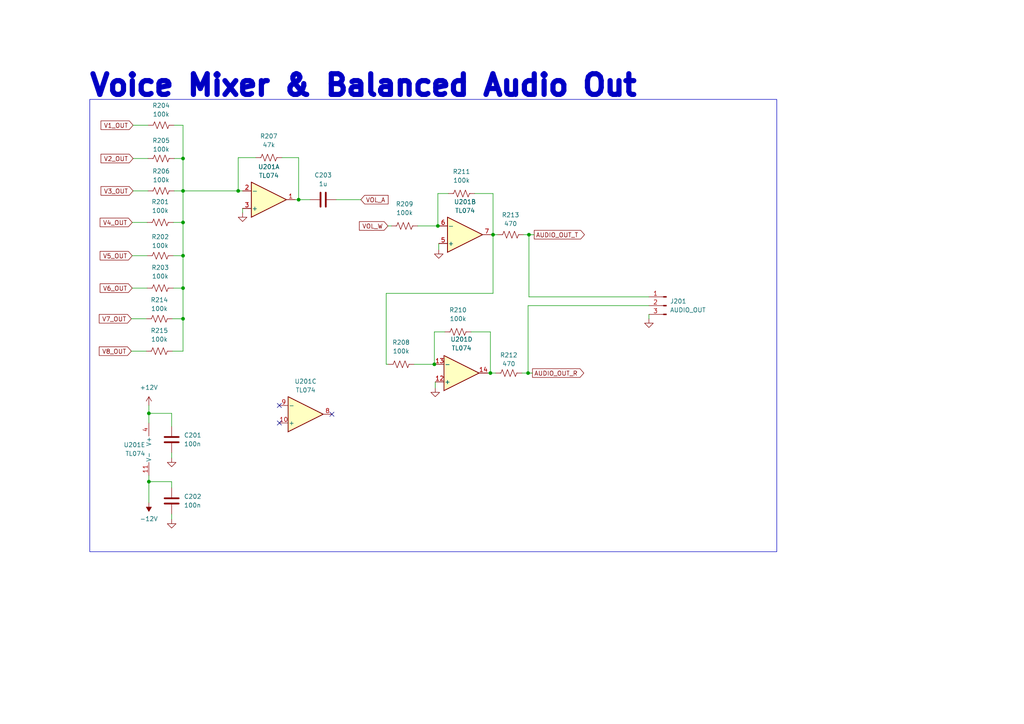
<source format=kicad_sch>
(kicad_sch (version 20231120) (generator "eeschema") (generator_version "8.0")
  (paper "A4")
  (lib_symbols
    (symbol "Amplifier_Operational:TL074" (pin_names (offset 0.127))
      (property "Reference" "U" (at 0 5.08 0))
      (property "Value" "TL074" (at 0 -5.08 0))
      (symbol "TL074_1_1"
        (polyline (pts (xy -5.08 5.08) (xy 5.08 0) (xy -5.08 -5.08) (xy -5.08 5.08)) (stroke (width 0.254)) (fill (type background)))
        (pin output line (at 7.62 0 180) (length 2.54) (name "~") (number "1"))
        (pin input line (at -7.62 -2.54 0) (length 2.54) (name "-") (number "2"))
        (pin input line (at -7.62 2.54 0) (length 2.54) (name "+") (number "3"))
      )
      (symbol "TL074_2_1"
        (polyline (pts (xy -5.08 5.08) (xy 5.08 0) (xy -5.08 -5.08) (xy -5.08 5.08)) (stroke (width 0.254)) (fill (type background)))
        (pin input line (at -7.62 2.54 0) (length 2.54) (name "+") (number "5"))
        (pin input line (at -7.62 -2.54 0) (length 2.54) (name "-") (number "6"))
        (pin output line (at 7.62 0 180) (length 2.54) (name "~") (number "7"))
      )
      (symbol "TL074_3_1"
        (polyline (pts (xy -5.08 5.08) (xy 5.08 0) (xy -5.08 -5.08) (xy -5.08 5.08)) (stroke (width 0.254)) (fill (type background)))
        (pin input line (at -7.62 2.54 0) (length 2.54) (name "+") (number "10"))
        (pin output line (at 7.62 0 180) (length 2.54) (name "~") (number "8"))
        (pin input line (at -7.62 -2.54 0) (length 2.54) (name "-") (number "9"))
      )
      (symbol "TL074_4_1"
        (polyline (pts (xy -5.08 5.08) (xy 5.08 0) (xy -5.08 -5.08) (xy -5.08 5.08)) (stroke (width 0.254)) (fill (type background)))
        (pin input line (at -7.62 2.54 0) (length 2.54) (name "+") (number "12"))
        (pin input line (at -7.62 -2.54 0) (length 2.54) (name "-") (number "13"))
        (pin output line (at 7.62 0 180) (length 2.54) (name "~") (number "14"))
      )
      (symbol "TL074_5_1"
        (pin power_in line (at -2.54 -7.62 90) (length 3.81) (name "V-") (number "11"))
        (pin power_in line (at -2.54 7.62 270) (length 3.81) (name "V+") (number "4"))
      )
    )
    (symbol "Connector:Conn_01x03_Pin" (pin_names (offset 1.016) hide)
      (property "Reference" "J" (at 0 5.08 0))
      (property "Value" "Conn_01x03_Pin" (at 0 -5.08 0))
      (symbol "Conn_01x03_Pin_1_1"
        (polyline (pts (xy 1.27 -2.54) (xy 0.8636 -2.54)) (stroke (width 0.1524)))
        (polyline (pts (xy 1.27 0) (xy 0.8636 0)) (stroke (width 0.1524)))
        (polyline (pts (xy 1.27 2.54) (xy 0.8636 2.54)) (stroke (width 0.1524)))
        (rectangle (start 0.8636 -2.413) (end 0 -2.667) (stroke (width 0.1524)) (fill (type outline)))
        (rectangle (start 0.8636 0.127) (end 0 -0.127) (stroke (width 0.1524)) (fill (type outline)))
        (rectangle (start 0.8636 2.667) (end 0 2.413) (stroke (width 0.1524)) (fill (type outline)))
        (pin passive line (at 5.08 2.54 180) (length 3.81) (name "Pin_1") (number "1"))
        (pin passive line (at 5.08 0 180) (length 3.81) (name "Pin_2") (number "2"))
        (pin passive line (at 5.08 -2.54 180) (length 3.81) (name "Pin_3") (number "3"))
      )
    )
    (symbol "Device:C" (pin_numbers hide) (pin_names (offset 0.254))
      (property "Reference" "C" (at 0.635 2.54 0))
      (property "Value" "C" (at 0.635 -2.54 0))
      (symbol "C_0_1"
        (polyline (pts (xy -2.032 -0.762) (xy 2.032 -0.762)) (stroke (width 0.508)))
        (polyline (pts (xy -2.032 0.762) (xy 2.032 0.762)) (stroke (width 0.508)))
      )
      (symbol "C_1_1"
        (pin passive line (at 0 3.81 270) (length 2.794) (name "~") (number "1"))
        (pin passive line (at 0 -3.81 90) (length 2.794) (name "~") (number "2"))
      )
    )
    (symbol "Device:R_US" (pin_numbers hide) (pin_names (offset 0))
      (property "Reference" "R" (at 2.54 0 90))
      (property "Value" "R_US" (at -2.54 0 90))
      (symbol "R_US_0_1"
        (polyline (pts (xy 0 -2.286) (xy 0 -2.54)))
        (polyline (pts (xy 0 2.286) (xy 0 2.54)))
        (polyline (pts (xy 0 -0.762) (xy 1.016 -1.143) (xy 0 -1.524) (xy -1.016 -1.905) (xy 0 -2.286)))
        (polyline (pts (xy 0 0.762) (xy 1.016 0.381) (xy 0 0) (xy -1.016 -0.381) (xy 0 -0.762)))
        (polyline (pts (xy 0 2.286) (xy 1.016 1.905) (xy 0 1.524) (xy -1.016 1.143) (xy 0 0.762)))
      )
      (symbol "R_US_1_1"
        (pin passive line (at 0 3.81 270) (length 1.27) (name "~") (number "1"))
        (pin passive line (at 0 -3.81 90) (length 1.27) (name "~") (number "2"))
      )
    )
    (symbol "power:+12V" (power) (pin_names (offset 0))
      (property "Value" "+12V" (at 0 3.556 0))
      (symbol "+12V_0_1"
        (polyline (pts (xy -0.762 1.27) (xy 0 2.54)))
        (polyline (pts (xy 0 0) (xy 0 2.54)))
        (polyline (pts (xy 0 2.54) (xy 0.762 1.27)))
      )
      (symbol "+12V_1_1"
        (pin power_in line (at 0 0 90) (length 0) hide (name "+12V") (number "1"))
      )
    )
    (symbol "power:-12V" (power) (pin_names (offset 0))
      (property "Value" "-12V" (at 0 3.81 0))
      (symbol "-12V_0_0"
        (pin power_in line (at 0 0 90) (length 0) hide (name "-12V") (number "1"))
      )
      (symbol "-12V_0_1"
        (polyline (pts (xy 0 0) (xy 0 1.27) (xy 0.762 1.27) (xy 0 2.54) (xy -0.762 1.27) (xy 0 1.27)) (fill (type outline)))
      )
    )
    (symbol "power:GND" (power) (pin_names (offset 0))
      (symbol "GND_0_1"
        (polyline (pts (xy 0 0) (xy 0 -1.27) (xy 1.27 -1.27) (xy 0 -2.54) (xy -1.27 -1.27) (xy 0 -1.27)))
      )
      (symbol "GND_1_1"
        (pin power_in line (at 0 0 270) (length 0) hide (name "GND") (number "1"))
      )
    )
  )
  (junction (at 153.162 108.204))
  (junction (at 53.086 92.456))
  (junction (at 53.086 74.168))
  (junction (at 127 65.532))
  (junction (at 53.086 45.974))
  (junction (at 69.088 55.372))
  (junction (at 153.416 68.072))
  (junction (at 125.984 105.664))
  (junction (at 43.18 139.7))
  (junction (at 86.614 57.912))
  (junction (at 43.18 119.888))
  (junction (at 53.086 55.372))
  (junction (at 53.086 83.566))
  (junction (at 53.086 64.516))
  (junction (at 143.002 68.072))
  (junction (at 142.24 108.204))
  (no_connect (at 81.026 117.602))
  (no_connect (at 96.266 120.142))
  (no_connect (at 81.026 122.682))
  (wire (pts (xy 38.608 55.372) (xy 42.926 55.372)))
  (wire (pts (xy 127 56.134) (xy 127 65.532)))
  (wire (pts (xy 188.214 88.646) (xy 153.162 88.646)))
  (wire (pts (xy 53.086 45.974) (xy 53.086 55.372)))
  (wire (pts (xy 153.162 108.204) (xy 154.432 108.204)))
  (wire (pts (xy 137.668 56.134) (xy 143.002 56.134)))
  (wire (pts (xy 50.546 45.974) (xy 53.086 45.974)))
  (wire (pts (xy 153.416 68.072) (xy 153.416 86.106)))
  (wire (pts (xy 112.014 85.09) (xy 143.002 85.09)))
  (wire (pts (xy 49.784 149.098) (xy 49.784 150.622)))
  (wire (pts (xy 97.536 57.912) (xy 104.648 57.912)))
  (wire (pts (xy 86.614 57.912) (xy 89.916 57.912)))
  (wire (pts (xy 50.292 74.168) (xy 53.086 74.168)))
  (wire (pts (xy 43.18 119.888) (xy 43.18 122.682)))
  (wire (pts (xy 86.614 57.912) (xy 85.598 57.912)))
  (wire (pts (xy 129.032 96.266) (xy 125.984 96.266)))
  (wire (pts (xy 70.358 60.452) (xy 70.358 61.722)))
  (wire (pts (xy 38.354 74.168) (xy 42.672 74.168)))
  (wire (pts (xy 142.24 108.204) (xy 141.478 108.204)))
  (wire (pts (xy 53.086 36.322) (xy 53.086 45.974)))
  (wire (pts (xy 38.608 36.322) (xy 42.926 36.322)))
  (wire (pts (xy 143.002 85.09) (xy 143.002 68.072)))
  (wire (pts (xy 53.086 92.456) (xy 53.086 83.566)))
  (wire (pts (xy 53.086 74.168) (xy 53.086 83.566)))
  (wire (pts (xy 69.088 55.372) (xy 70.358 55.372)))
  (wire (pts (xy 142.24 96.266) (xy 142.24 108.204)))
  (wire (pts (xy 121.158 65.532) (xy 127 65.532)))
  (wire (pts (xy 49.784 131.318) (xy 49.784 132.842)))
  (wire (pts (xy 126.238 110.744) (xy 126.238 112.522)))
  (wire (pts (xy 112.014 105.664) (xy 112.014 85.09)))
  (wire (pts (xy 127.254 70.612) (xy 127.254 72.39)))
  (wire (pts (xy 151.892 68.072) (xy 153.416 68.072)))
  (wire (pts (xy 43.18 137.922) (xy 43.18 139.7)))
  (wire (pts (xy 50.546 55.372) (xy 53.086 55.372)))
  (wire (pts (xy 49.784 119.888) (xy 49.784 123.698)))
  (wire (pts (xy 53.086 101.854) (xy 53.086 92.456)))
  (wire (pts (xy 136.652 96.266) (xy 142.24 96.266)))
  (wire (pts (xy 143.002 68.072) (xy 144.272 68.072)))
  (wire (pts (xy 125.984 105.664) (xy 126.238 105.664)))
  (wire (pts (xy 113.538 65.532) (xy 112.522 65.532)))
  (wire (pts (xy 53.086 64.516) (xy 53.086 74.168)))
  (wire (pts (xy 43.18 139.7) (xy 43.18 145.796)))
  (wire (pts (xy 53.086 55.372) (xy 69.088 55.372)))
  (wire (pts (xy 38.354 83.566) (xy 42.672 83.566)))
  (wire (pts (xy 142.24 108.204) (xy 143.764 108.204)))
  (wire (pts (xy 74.168 45.72) (xy 69.088 45.72)))
  (wire (pts (xy 49.784 119.888) (xy 43.18 119.888)))
  (wire (pts (xy 38.608 45.974) (xy 42.926 45.974)))
  (wire (pts (xy 188.214 91.186) (xy 188.214 92.456)))
  (wire (pts (xy 120.142 105.664) (xy 125.984 105.664)))
  (wire (pts (xy 49.784 139.7) (xy 43.18 139.7)))
  (wire (pts (xy 125.984 96.266) (xy 125.984 105.664)))
  (wire (pts (xy 69.088 45.72) (xy 69.088 55.372)))
  (wire (pts (xy 130.048 56.134) (xy 127 56.134)))
  (wire (pts (xy 50.292 64.516) (xy 53.086 64.516)))
  (wire (pts (xy 43.18 117.602) (xy 43.18 119.888)))
  (wire (pts (xy 50.038 101.854) (xy 53.086 101.854)))
  (wire (pts (xy 153.416 68.072) (xy 154.94 68.072)))
  (wire (pts (xy 49.784 141.478) (xy 49.784 139.7)))
  (wire (pts (xy 38.1 101.854) (xy 42.418 101.854)))
  (wire (pts (xy 86.614 45.72) (xy 86.614 57.912)))
  (wire (pts (xy 50.038 92.456) (xy 53.086 92.456)))
  (wire (pts (xy 143.002 68.072) (xy 142.494 68.072)))
  (wire (pts (xy 143.002 56.134) (xy 143.002 68.072)))
  (wire (pts (xy 38.354 64.516) (xy 42.672 64.516)))
  (wire (pts (xy 38.1 92.456) (xy 42.418 92.456)))
  (wire (pts (xy 53.086 55.372) (xy 53.086 64.516)))
  (wire (pts (xy 153.416 86.106) (xy 188.214 86.106)))
  (wire (pts (xy 151.384 108.204) (xy 153.162 108.204)))
  (wire (pts (xy 50.546 36.322) (xy 53.086 36.322)))
  (wire (pts (xy 153.162 88.646) (xy 153.162 108.204)))
  (wire (pts (xy 112.014 105.664) (xy 112.522 105.664)))
  (wire (pts (xy 53.086 83.566) (xy 50.292 83.566)))
  (wire (pts (xy 127 65.532) (xy 127.254 65.532)))
  (wire (pts (xy 81.788 45.72) (xy 86.614 45.72)))
  (rectangle (start 26.035 28.829) (end 225.298 160.02))
  (text "Voice Mixer & Balanced Audio Out" (at 25.4 28.448 0) (effects (font (size 6 6) (thickness 3.6) (bold yes)) (justify left bottom)))
  (global_label "V3_OUT" (shape input) (at 38.608 55.372 180) (property "Intersheetrefs" "${INTERSHEET_REFS}" (effects (hide yes))))
  (global_label "VOL_A" (shape input) (at 104.648 57.912 0) (property "Intersheetrefs" "${INTERSHEET_REFS}" (effects (hide yes))))
  (global_label "V6_OUT" (shape input) (at 38.354 83.566 180) (property "Intersheetrefs" "${INTERSHEET_REFS}" (effects (hide yes))))
  (global_label "AUDIO_OUT_R" (shape output) (at 154.432 108.204 0) (property "Intersheetrefs" "${INTERSHEET_REFS}" (effects (hide yes))))
  (global_label "AUDIO_OUT_T" (shape output) (at 154.94 68.072 0) (property "Intersheetrefs" "${INTERSHEET_REFS}" (effects (hide yes))))
  (global_label "V5_OUT" (shape input) (at 38.354 74.168 180) (property "Intersheetrefs" "${INTERSHEET_REFS}" (effects (hide yes))))
  (global_label "V1_OUT" (shape input) (at 38.608 36.322 180) (property "Intersheetrefs" "${INTERSHEET_REFS}" (effects (hide yes))))
  (global_label "VOL_W" (shape input) (at 112.522 65.532 180) (property "Intersheetrefs" "${INTERSHEET_REFS}" (effects (hide yes))))
  (global_label "V8_OUT" (shape input) (at 38.1 101.854 180) (property "Intersheetrefs" "${INTERSHEET_REFS}" (effects (hide yes))))
  (global_label "V7_OUT" (shape input) (at 38.1 92.456 180) (property "Intersheetrefs" "${INTERSHEET_REFS}" (effects (hide yes))))
  (global_label "V4_OUT" (shape input) (at 38.354 64.516 180) (property "Intersheetrefs" "${INTERSHEET_REFS}" (effects (hide yes))))
  (global_label "V2_OUT" (shape input) (at 38.608 45.974 180) (property "Intersheetrefs" "${INTERSHEET_REFS}" (effects (hide yes))))
  (symbol (lib_id "Device:R_US") (at 133.858 56.134 90) (unit 1)
    (property "Reference" "R211" (at 133.858 49.784 90))
    (property "Value" "100k" (at 133.858 52.324 90))
    (property "Footprint" "Resistor_SMD:R_0805_2012Metric" (effects (hide yes)))
  )
  (symbol (lib_id "Device:C") (at 93.726 57.912 90) (unit 1)
    (property "Reference" "C203" (at 93.726 50.8 90))
    (property "Value" "1u" (at 93.726 53.34 90))
    (property "Footprint" "Capacitor_SMD:C_0805_2012Metric" (effects (hide yes)))
  )
  (symbol (lib_id "power:GND") (at 49.784 150.622 0) (unit 1)
    (property "Reference" "#PWR0204" (effects (hide yes)))
    (property "Value" "GND" (effects (hide yes)))
  )
  (symbol (lib_id "Device:R_US") (at 46.228 101.854 90) (unit 1)
    (property "Reference" "R215" (at 46.228 95.885 90))
    (property "Value" "100k" (at 46.228 98.425 90))
    (property "Footprint" "Resistor_SMD:R_0805_2012Metric" (effects (hide yes)))
  )
  (symbol (lib_id "Device:R_US") (at 46.482 83.566 90) (unit 1)
    (property "Reference" "R203" (at 46.482 77.597 90))
    (property "Value" "100k" (at 46.482 80.137 90))
    (property "Footprint" "Resistor_SMD:R_0805_2012Metric" (effects (hide yes)))
  )
  (symbol (lib_id "power:GND") (at 127.254 72.39 0) (unit 1)
    (property "Reference" "#PWR0208" (effects (hide yes)))
    (property "Value" "GND" (effects (hide yes)))
  )
  (symbol (lib_id "Device:R_US") (at 46.736 36.322 90) (unit 1)
    (property "Reference" "R204" (at 46.736 30.607 90))
    (property "Value" "100k" (at 46.736 33.147 90))
    (property "Footprint" "Resistor_SMD:R_0805_2012Metric" (effects (hide yes)))
  )
  (symbol (lib_id "Amplifier_Operational:TL074") (at 134.874 68.072 0) (mirror x) (unit 2)
    (property "Reference" "U201" (at 134.874 58.547 0))
    (property "Value" "TL074" (at 134.874 61.087 0))
    (property "Footprint" "Package_SO:SOIC-14_3.9x8.7mm_P1.27mm" (effects (hide yes)))
    (property "Datasheet" "http://www.ti.com/lit/ds/symlink/tl071.pdf" (effects (hide yes)))
  )
  (symbol (lib_id "Device:C") (at 49.784 127.508 0) (unit 1)
    (property "Reference" "C201" (at 53.34 126.238 0) (effects (justify left)))
    (property "Value" "100n" (at 53.34 128.778 0) (effects (justify left)))
    (property "Footprint" "Capacitor_SMD:C_0805_2012Metric" (effects (hide yes)))
  )
  (symbol (lib_id "Device:R_US") (at 46.228 92.456 90) (unit 1)
    (property "Reference" "R214" (at 46.228 86.995 90))
    (property "Value" "100k" (at 46.228 89.535 90))
    (property "Footprint" "Resistor_SMD:R_0805_2012Metric" (effects (hide yes)))
  )
  (symbol (lib_id "Device:R_US") (at 46.736 45.974 90) (unit 1)
    (property "Reference" "R205" (at 46.736 40.767 90))
    (property "Value" "100k" (at 46.736 43.307 90))
    (property "Footprint" "Resistor_SMD:R_0805_2012Metric" (effects (hide yes)))
  )
  (symbol (lib_id "Device:R_US") (at 132.842 96.266 90) (unit 1)
    (property "Reference" "R210" (at 132.842 89.916 90))
    (property "Value" "100k" (at 132.842 92.456 90))
    (property "Footprint" "Resistor_SMD:R_0805_2012Metric" (effects (hide yes)))
  )
  (symbol (lib_id "power:-12V") (at 43.18 145.796 180) (unit 1)
    (property "Reference" "#PWR0202" (effects (hide yes)))
    (property "Value" "-12V" (at 43.18 150.495 0))
  )
  (symbol (lib_id "Amplifier_Operational:TL074") (at 133.858 108.204 0) (mirror x) (unit 4)
    (property "Reference" "U201" (at 133.858 98.425 0))
    (property "Value" "TL074" (at 133.858 100.965 0))
    (property "Footprint" "Package_SO:SOIC-14_3.9x8.7mm_P1.27mm" (effects (hide yes)))
    (property "Datasheet" "http://www.ti.com/lit/ds/symlink/tl071.pdf" (effects (hide yes)))
  )
  (symbol (lib_id "Device:R_US") (at 46.482 74.168 90) (unit 1)
    (property "Reference" "R202" (at 46.482 68.707 90))
    (property "Value" "100k" (at 46.482 71.247 90))
    (property "Footprint" "Resistor_SMD:R_0805_2012Metric" (effects (hide yes)))
  )
  (symbol (lib_id "Device:R_US") (at 46.736 55.372 90) (unit 1)
    (property "Reference" "R206" (at 46.736 49.657 90))
    (property "Value" "100k" (at 46.736 52.197 90))
    (property "Footprint" "Resistor_SMD:R_0805_2012Metric" (effects (hide yes)))
  )
  (symbol (lib_id "Device:R_US") (at 117.348 65.532 90) (unit 1)
    (property "Reference" "R209" (at 117.348 59.182 90))
    (property "Value" "100k" (at 117.348 61.722 90))
    (property "Footprint" "Resistor_SMD:R_0805_2012Metric" (effects (hide yes)))
  )
  (symbol (lib_id "Device:R_US") (at 116.332 105.664 90) (unit 1)
    (property "Reference" "R208" (at 116.332 99.314 90))
    (property "Value" "100k" (at 116.332 101.854 90))
    (property "Footprint" "Resistor_SMD:R_0805_2012Metric" (effects (hide yes)))
  )
  (symbol (lib_id "Device:C") (at 49.784 145.288 0) (unit 1)
    (property "Reference" "C202" (at 53.34 144.018 0) (effects (justify left)))
    (property "Value" "100n" (at 53.34 146.558 0) (effects (justify left)))
    (property "Footprint" "Capacitor_SMD:C_0805_2012Metric" (effects (hide yes)))
  )
  (symbol (lib_id "Amplifier_Operational:TL074") (at 45.72 130.302 0) (unit 5)
    (property "Reference" "U201" (at 42.164 129.032 0) (effects (justify right)))
    (property "Value" "TL074" (at 42.164 131.572 0) (effects (justify right)))
    (property "Footprint" "Package_SO:SOIC-14_3.9x8.7mm_P1.27mm" (effects (hide yes)))
    (property "Datasheet" "http://www.ti.com/lit/ds/symlink/tl071.pdf" (effects (hide yes)))
  )
  (symbol (lib_id "power:GND") (at 70.358 61.722 0) (unit 1)
    (property "Reference" "#PWR0205" (effects (hide yes)))
    (property "Value" "GND" (effects (hide yes)))
  )
  (symbol (lib_id "Device:R_US") (at 147.574 108.204 90) (unit 1)
    (property "Reference" "R212" (at 147.574 102.997 90))
    (property "Value" "470" (at 147.574 105.537 90))
    (property "Footprint" "Resistor_SMD:R_0805_2012Metric" (effects (hide yes)))
  )
  (symbol (lib_id "power:+12V") (at 43.18 117.602 0) (unit 1)
    (property "Reference" "#PWR0201" (effects (hide yes)))
    (property "Value" "+12V" (at 43.18 112.395 0))
  )
  (symbol (lib_id "Device:R_US") (at 148.082 68.072 90) (unit 1)
    (property "Reference" "R213" (at 148.082 62.357 90))
    (property "Value" "470" (at 148.082 64.897 90))
    (property "Footprint" "Resistor_SMD:R_0805_2012Metric" (effects (hide yes)))
  )
  (symbol (lib_id "Amplifier_Operational:TL074") (at 88.646 120.142 0) (mirror x) (unit 3)
    (property "Reference" "U201" (at 88.646 110.617 0))
    (property "Value" "TL074" (at 88.646 113.157 0))
    (property "Footprint" "Package_SO:SOIC-14_3.9x8.7mm_P1.27mm" (effects (hide yes)))
    (property "Datasheet" "http://www.ti.com/lit/ds/symlink/tl071.pdf" (effects (hide yes)))
  )
  (symbol (lib_id "Device:R_US") (at 77.978 45.72 90) (unit 1)
    (property "Reference" "R207" (at 77.978 39.497 90))
    (property "Value" "47k" (at 77.978 42.037 90))
    (property "Footprint" "Resistor_SMD:R_0805_2012Metric" (effects (hide yes)))
  )
  (symbol (lib_id "Amplifier_Operational:TL074") (at 77.978 57.912 0) (mirror x) (unit 1)
    (property "Reference" "U201" (at 77.978 48.387 0))
    (property "Value" "TL074" (at 77.978 50.927 0))
    (property "Footprint" "Package_SO:SOIC-14_3.9x8.7mm_P1.27mm" (effects (hide yes)))
    (property "Datasheet" "http://www.ti.com/lit/ds/symlink/tl071.pdf" (effects (hide yes)))
  )
  (symbol (lib_id "power:GND") (at 49.784 132.842 0) (unit 1)
    (property "Reference" "#PWR0203" (effects (hide yes)))
    (property "Value" "GND" (effects (hide yes)))
  )
  (symbol (lib_id "Connector:Conn_01x03_Pin") (at 193.294 88.646 0) (mirror y) (unit 1)
    (property "Reference" "J201" (at 194.31 87.376 0) (effects (justify right)))
    (property "Value" "AUDIO_OUT" (at 194.31 89.916 0) (effects (justify right)))
    (property "Footprint" "Connector_PinHeader_2.54mm:PinHeader_1x03_P2.54mm_Vertical" (effects (hide yes)))
  )
  (symbol (lib_id "power:GND") (at 188.214 92.456 0) (unit 1)
    (property "Reference" "#PWR0209" (effects (hide yes)))
    (property "Value" "GND" (effects (hide yes)))
  )
  (symbol (lib_id "Device:R_US") (at 46.482 64.516 90) (unit 1)
    (property "Reference" "R201" (at 46.482 58.547 90))
    (property "Value" "100k" (at 46.482 61.087 90))
    (property "Footprint" "Resistor_SMD:R_0805_2012Metric" (effects (hide yes)))
  )
  (symbol (lib_id "power:GND") (at 126.238 112.522 0) (unit 1)
    (property "Reference" "#PWR0207" (effects (hide yes)))
    (property "Value" "GND" (effects (hide yes)))
  )
)
</source>
